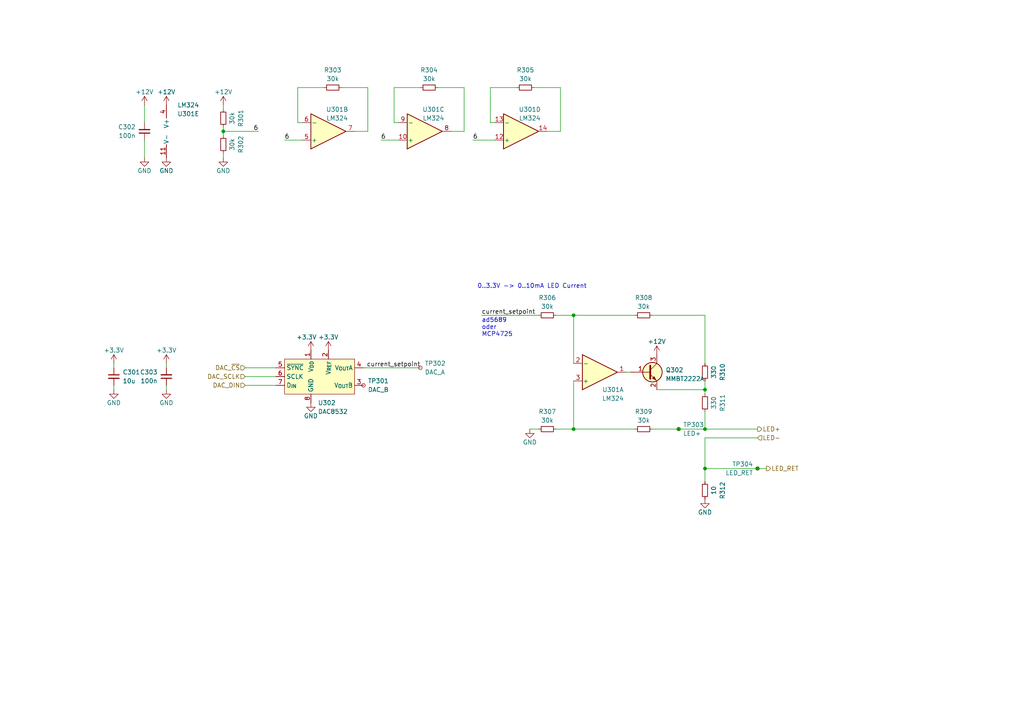
<source format=kicad_sch>
(kicad_sch (version 20230121) (generator eeschema)
  (paper "A4")
  (title_block (title "led-efficiency-measurement - OUTPUT") (date "2023-01-24") (rev "0.1") (comment 4 "Unless specified otherwise, all capacitors should be rated for 10V or higher"))
  (lib_symbols
    (symbol "Amplifier_Operational:LM324" (pin_names (offset 0.127))
      (property "Reference" "U" (at 0 5.08 0))
      (property "Value" "LM324" (at 0 -5.08 0))
      (symbol "LM324_1_1"
        (polyline (pts (xy -5.08 5.08) (xy 5.08 0) (xy -5.08 -5.08) (xy -5.08 5.08)) (stroke (width 0.254)) (fill (type background)))
        (pin output line (at 7.62 0 180) (length 2.54) (name "~") (number "1"))
        (pin input line (at -7.62 -2.54 0) (length 2.54) (name "-") (number "2"))
        (pin input line (at -7.62 2.54 0) (length 2.54) (name "+") (number "3"))
      )
      (symbol "LM324_2_1"
        (polyline (pts (xy -5.08 5.08) (xy 5.08 0) (xy -5.08 -5.08) (xy -5.08 5.08)) (stroke (width 0.254)) (fill (type background)))
        (pin input line (at -7.62 2.54 0) (length 2.54) (name "+") (number "5"))
        (pin input line (at -7.62 -2.54 0) (length 2.54) (name "-") (number "6"))
        (pin output line (at 7.62 0 180) (length 2.54) (name "~") (number "7"))
      )
      (symbol "LM324_3_1"
        (polyline (pts (xy -5.08 5.08) (xy 5.08 0) (xy -5.08 -5.08) (xy -5.08 5.08)) (stroke (width 0.254)) (fill (type background)))
        (pin input line (at -7.62 2.54 0) (length 2.54) (name "+") (number "10"))
        (pin output line (at 7.62 0 180) (length 2.54) (name "~") (number "8"))
        (pin input line (at -7.62 -2.54 0) (length 2.54) (name "-") (number "9"))
      )
      (symbol "LM324_4_1"
        (polyline (pts (xy -5.08 5.08) (xy 5.08 0) (xy -5.08 -5.08) (xy -5.08 5.08)) (stroke (width 0.254)) (fill (type background)))
        (pin input line (at -7.62 2.54 0) (length 2.54) (name "+") (number "12"))
        (pin input line (at -7.62 -2.54 0) (length 2.54) (name "-") (number "13"))
        (pin output line (at 7.62 0 180) (length 2.54) (name "~") (number "14"))
      )
      (symbol "LM324_5_1"
        (pin power_in line (at -2.54 -7.62 90) (length 3.81) (name "V-") (number "11"))
        (pin power_in line (at -2.54 7.62 270) (length 3.81) (name "V+") (number "4"))
      )
    )
    (symbol "Device:C_Small" (pin_numbers hide) (pin_names (offset 0.254) hide)
      (property "Reference" "C" (at 0.254 1.778 0))
      (property "Value" "C_Small" (at 0.254 -2.032 0))
      (symbol "C_Small_0_1"
        (polyline (pts (xy -1.524 -0.508) (xy 1.524 -0.508)) (stroke (width 0.3302)))
        (polyline (pts (xy -1.524 0.508) (xy 1.524 0.508)) (stroke (width 0.3048)))
      )
      (symbol "C_Small_1_1"
        (pin passive line (at 0 2.54 270) (length 2.032) (name "~") (number "1"))
        (pin passive line (at 0 -2.54 90) (length 2.032) (name "~") (number "2"))
      )
    )
    (symbol "Device:R_Small" (pin_numbers hide) (pin_names (offset 0.254) hide)
      (property "Reference" "R" (at 0.762 0.508 0))
      (property "Value" "R_Small" (at 0.762 -1.016 0))
      (symbol "R_Small_0_1"
        (rectangle (start -0.762 1.778) (end 0.762 -1.778) (stroke (width 0.2032)))
      )
      (symbol "R_Small_1_1"
        (pin passive line (at 0 2.54 270) (length 0.762) (name "~") (number "1"))
        (pin passive line (at 0 -2.54 90) (length 0.762) (name "~") (number "2"))
      )
    )
    (symbol "PCM_Transistor_BJT_AKL:MMBT2222A" (pin_names hide)
      (property "Reference" "Q" (at 5.08 1.27 0))
      (property "Value" "MMBT2222A" (at 5.08 -1.27 0))
      (symbol "MMBT2222A_0_1"
        (polyline (pts (xy 0.635 0.635) (xy 2.54 2.54)))
        (polyline (pts (xy 0.635 -0.635) (xy 2.54 -2.54) (xy 2.54 -2.54)))
        (polyline (pts (xy 0.635 1.905) (xy 0.635 -1.905) (xy 0.635 -1.905)) (stroke (width 0.508)))
        (polyline (pts (xy 1.27 -1.778) (xy 1.778 -1.27) (xy 2.286 -2.286) (xy 1.27 -1.778) (xy 1.27 -1.778)) (fill (type outline)))
        (circle (center 1.27 0) (radius 2.8194) (stroke (width 0.254)) (fill (type background)))
      )
      (symbol "MMBT2222A_1_1"
        (pin input line (at -5.08 0 0) (length 5.715) (name "B") (number "1"))
        (pin passive line (at 2.54 -5.08 90) (length 2.54) (name "E") (number "2"))
        (pin passive line (at 2.54 5.08 270) (length 2.54) (name "C") (number "3"))
      )
    )
    (symbol "Seppl_Analog_DAC:DAC8532"
      (property "Reference" "U" (at 6.35 6.35 0))
      (property "Value" "DAC8532" (at 5.08 -6.35 0))
      (symbol "DAC8532_0_0"
        (pin power_in line (at -2.54 7.62 270) (length 2.54) (name "V_{DD}") (number "1"))
        (pin input line (at 2.54 7.62 270) (length 2.54) (name "V_{REF}") (number "2"))
        (pin output line (at 12.7 -2.54 180) (length 2.54) (name "V_{OUT}B") (number "3"))
        (pin output line (at 12.7 2.54 180) (length 2.54) (name "V_{OUT}A") (number "4"))
        (pin input line (at -12.7 2.54 0) (length 2.54) (name "~{SYNC}") (number "5"))
        (pin input line (at -12.7 0 0) (length 2.54) (name "SCLK") (number "6"))
        (pin input line (at -12.7 -2.54 0) (length 2.54) (name "D_{IN}") (number "7"))
        (pin power_in line (at -2.54 -7.62 90) (length 2.54) (name "GND") (number "8"))
      )
      (symbol "DAC8532_0_1"
        (rectangle (start -10.16 5.08) (end 10.16 -5.08) (fill (type background)))
      )
    )
    (symbol "Seppl_Testpoint:TestPoint_Small" (pin_numbers hide) (pin_names (offset 0.762) hide) (in_bom no)
      (property "Reference" "TP" (at 0 3.81 0))
      (property "Value" "TestPoint_Small" (at 0 2.032 0))
      (symbol "TestPoint_Small_0_1"
        (circle (center 0 0) (radius 0.508))
      )
      (symbol "TestPoint_Small_1_1"
        (pin passive line (at 0 0 90) (length 0) (name "1") (number "1"))
      )
    )
    (symbol "power:+12V" (power) (pin_names (offset 0))
      (property "Value" "+12V" (at 0 3.556 0))
      (symbol "+12V_0_1"
        (polyline (pts (xy -0.762 1.27) (xy 0 2.54)))
        (polyline (pts (xy 0 0) (xy 0 2.54)))
        (polyline (pts (xy 0 2.54) (xy 0.762 1.27)))
      )
      (symbol "+12V_1_1"
        (pin power_in line (at 0 0 90) (length 0) hide (name "+12V") (number "1"))
      )
    )
    (symbol "power:+3.3V" (power) (pin_names (offset 0))
      (property "Value" "+3.3V" (at 0 3.556 0))
      (symbol "+3.3V_0_1"
        (polyline (pts (xy -0.762 1.27) (xy 0 2.54)))
        (polyline (pts (xy 0 0) (xy 0 2.54)))
        (polyline (pts (xy 0 2.54) (xy 0.762 1.27)))
      )
      (symbol "+3.3V_1_1"
        (pin power_in line (at 0 0 90) (length 0) hide (name "+3.3V") (number "1"))
      )
    )
    (symbol "power:GND" (power) (pin_names (offset 0))
      (property "Value" "GND" (at 0 -3.81 0))
      (symbol "GND_0_1"
        (polyline (pts (xy 0 0) (xy 0 -1.27) (xy 1.27 -1.27) (xy 0 -2.54) (xy -1.27 -1.27) (xy 0 -1.27)))
      )
      (symbol "GND_1_1"
        (pin power_in line (at 0 0 270) (length 0) hide (name "GND") (number "1"))
      )
    )
  )
  (junction (at 196.85 124.46))
  (junction (at 166.37 124.46))
  (junction (at 204.47 135.89))
  (junction (at 204.47 113.03))
  (junction (at 166.37 91.44))
  (junction (at 219.71 135.89))
  (junction (at 64.77 38.1))
  (junction (at 204.47 124.46))
  (wire (pts (xy 181.61 107.95) (xy 182.88 107.95)))
  (wire (pts (xy 162.56 25.4) (xy 162.56 38.1)))
  (wire (pts (xy 121.92 106.68) (xy 105.41 106.68)))
  (wire (pts (xy 158.75 38.1) (xy 162.56 38.1)))
  (wire (pts (xy 204.47 110.49) (xy 204.47 113.03)))
  (wire (pts (xy 114.3 25.4) (xy 114.3 35.56)))
  (wire (pts (xy 114.3 35.56) (xy 115.57 35.56)))
  (wire (pts (xy 134.62 25.4) (xy 134.62 38.1)))
  (wire (pts (xy 161.29 124.46) (xy 166.37 124.46)))
  (wire (pts (xy 71.12 109.22) (xy 80.01 109.22)))
  (wire (pts (xy 64.77 44.45) (xy 64.77 45.72)))
  (wire (pts (xy 130.81 38.1) (xy 134.62 38.1)))
  (wire (pts (xy 115.57 40.64) (xy 110.49 40.64)))
  (wire (pts (xy 143.51 40.64) (xy 137.16 40.64)))
  (wire (pts (xy 71.12 106.68) (xy 80.01 106.68)))
  (wire (pts (xy 166.37 110.49) (xy 166.37 124.46)))
  (wire (pts (xy 189.23 124.46) (xy 196.85 124.46)))
  (wire (pts (xy 153.67 124.46) (xy 156.21 124.46)))
  (wire (pts (xy 41.91 45.72) (xy 41.91 40.64)))
  (wire (pts (xy 99.06 25.4) (xy 106.68 25.4)))
  (wire (pts (xy 149.86 25.4) (xy 142.24 25.4)))
  (wire (pts (xy 166.37 124.46) (xy 184.15 124.46)))
  (wire (pts (xy 196.85 124.46) (xy 204.47 124.46)))
  (wire (pts (xy 33.02 105.41) (xy 33.02 106.68)))
  (wire (pts (xy 33.02 113.03) (xy 33.02 111.76)))
  (wire (pts (xy 86.36 35.56) (xy 87.63 35.56)))
  (wire (pts (xy 64.77 30.48) (xy 64.77 31.75)))
  (wire (pts (xy 204.47 127) (xy 219.71 127)))
  (wire (pts (xy 48.26 105.41) (xy 48.26 106.68)))
  (wire (pts (xy 204.47 127) (xy 204.47 135.89)))
  (wire (pts (xy 41.91 30.48) (xy 41.91 35.56)))
  (wire (pts (xy 204.47 91.44) (xy 189.23 91.44)))
  (wire (pts (xy 142.24 25.4) (xy 142.24 35.56)))
  (wire (pts (xy 204.47 124.46) (xy 219.71 124.46)))
  (wire (pts (xy 161.29 91.44) (xy 166.37 91.44)))
  (wire (pts (xy 86.36 25.4) (xy 86.36 35.56)))
  (wire (pts (xy 142.24 35.56) (xy 143.51 35.56)))
  (wire (pts (xy 64.77 36.83) (xy 64.77 38.1)))
  (wire (pts (xy 204.47 135.89) (xy 204.47 139.7)))
  (wire (pts (xy 154.94 25.4) (xy 162.56 25.4)))
  (wire (pts (xy 106.68 25.4) (xy 106.68 38.1)))
  (wire (pts (xy 87.63 40.64) (xy 82.55 40.64)))
  (wire (pts (xy 204.47 135.89) (xy 219.71 135.89)))
  (wire (pts (xy 166.37 91.44) (xy 184.15 91.44)))
  (wire (pts (xy 204.47 113.03) (xy 204.47 114.3)))
  (wire (pts (xy 64.77 38.1) (xy 74.93 38.1)))
  (wire (pts (xy 121.92 25.4) (xy 114.3 25.4)))
  (wire (pts (xy 48.26 113.03) (xy 48.26 111.76)))
  (wire (pts (xy 139.7 91.44) (xy 156.21 91.44)))
  (wire (pts (xy 219.71 135.89) (xy 222.25 135.89)))
  (wire (pts (xy 204.47 105.41) (xy 204.47 91.44)))
  (wire (pts (xy 64.77 38.1) (xy 64.77 39.37)))
  (wire (pts (xy 190.5 113.03) (xy 204.47 113.03)))
  (wire (pts (xy 166.37 105.41) (xy 166.37 91.44)))
  (wire (pts (xy 93.98 25.4) (xy 86.36 25.4)))
  (wire (pts (xy 204.47 119.38) (xy 204.47 124.46)))
  (wire (pts (xy 127 25.4) (xy 134.62 25.4)))
  (wire (pts (xy 71.12 111.76) (xy 80.01 111.76)))
  (wire (pts (xy 102.87 38.1) (xy 106.68 38.1)))
  (text "ad5689\noder\nMCP4725" (at 139.7 97.79 0) (effects (font (size 1.27 1.27)) (justify left bottom)))
  (text "0..3.3V -> 0..10mA LED Current" (at 138.43 83.82 0) (effects (font (size 1.27 1.27)) (justify left bottom)))
  (label "6" (at 110.49 40.64 0))
  (label "current_setpoint" (at 121.92 106.68 180))
  (label "6" (at 82.55 40.64 0))
  (label "6" (at 137.16 40.64 0))
  (label "6" (at 74.93 38.1 180))
  (label "current_setpoint" (at 139.7 91.44 0))
  (hierarchical_label "LED+" (shape output) (at 219.71 124.46 0))
  (hierarchical_label "DAC_SCLK" (shape input) (at 71.12 109.22 180))
  (hierarchical_label "LED-" (shape input) (at 219.71 127 0))
  (hierarchical_label "DAC_DIN" (shape input) (at 71.12 111.76 180))
  (hierarchical_label "LED_RET" (shape output) (at 222.25 135.89 0))
  (hierarchical_label "DAC_~{CS}" (shape input) (at 71.12 106.68 180))
  (symbol (lib_id "Device:R_Small") (at 158.75 91.44 90) (unit 1)
    (property "Reference" "R306" (at 158.75 86.36 90))
    (property "Value" "30k" (at 158.75 88.9 90))
    (property "Footprint" "Resistor_SMD:R_0805_2012Metric_Pad1.20x1.40mm_HandSolder" (effects hide))
  )
  (symbol (lib_id "Device:R_Small") (at 64.77 41.91 0) (mirror x) (unit 1)
    (property "Reference" "R302" (at 69.85 41.91 90))
    (property "Value" "30k" (at 67.31 41.91 90))
    (property "Footprint" "Resistor_SMD:R_0805_2012Metric_Pad1.20x1.40mm_HandSolder" (effects hide))
  )
  (symbol (lib_id "Seppl_Testpoint:TestPoint_Small") (at 105.41 111.76 0) (unit 1) (in_bom no)
    (property "Reference" "TP301" (at 106.68 110.4899 0) (effects (justify left)))
    (property "Value" "DAC_B" (at 106.68 113.0299 0) (effects (justify left)))
    (property "Footprint" "TestPoint:TestPoint_Pad_D1.5mm" (effects hide))
  )
  (symbol (lib_id "power:+12V") (at 64.77 30.48 0) (unit 1)
    (property "Reference" "#PWR0309" (effects hide))
    (property "Value" "+12V" (at 64.77 26.67 0))
  )
  (symbol (lib_id "power:+12V") (at 48.26 30.48 0) (unit 1)
    (property "Reference" "#PWR0305" (effects hide))
    (property "Value" "+12V" (at 48.26 26.67 0))
  )
  (symbol (lib_id "Device:R_Small") (at 186.69 91.44 90) (unit 1)
    (property "Reference" "R308" (at 186.69 86.36 90))
    (property "Value" "30k" (at 186.69 88.9 90))
    (property "Footprint" "Resistor_SMD:R_0805_2012Metric_Pad1.20x1.40mm_HandSolder" (effects hide))
  )
  (symbol (lib_id "Amplifier_Operational:LM324") (at 95.25 38.1 0) (mirror x) (unit 2)
    (property "Reference" "U301" (at 97.79 31.75 0))
    (property "Value" "LM324" (at 97.79 34.29 0))
    (property "Footprint" "Package_SO:SOIC-14_3.9x8.7mm_P1.27mm" (effects hide))
    (property "Datasheet" "http://www.ti.com/lit/ds/symlink/lm2902-n.pdf" (effects hide))
  )
  (symbol (lib_id "power:+3.3V") (at 90.17 101.6 0) (unit 1)
    (property "Reference" "#PWR0311" (effects hide))
    (property "Value" "+3.3V" (at 88.9 97.79 0))
  )
  (symbol (lib_id "Amplifier_Operational:LM324") (at 151.13 38.1 0) (mirror x) (unit 4)
    (property "Reference" "U301" (at 153.67 31.75 0))
    (property "Value" "LM324" (at 153.67 34.29 0))
    (property "Footprint" "Package_SO:SOIC-14_3.9x8.7mm_P1.27mm" (effects hide))
    (property "Datasheet" "http://www.ti.com/lit/ds/symlink/lm2902-n.pdf" (effects hide))
  )
  (symbol (lib_id "Device:R_Small") (at 152.4 25.4 90) (unit 1)
    (property "Reference" "R305" (at 152.4 20.32 90))
    (property "Value" "30k" (at 152.4 22.86 90))
    (property "Footprint" "Resistor_SMD:R_0805_2012Metric_Pad1.20x1.40mm_HandSolder" (effects hide))
  )
  (symbol (lib_id "Device:R_Small") (at 96.52 25.4 90) (unit 1)
    (property "Reference" "R303" (at 96.52 20.32 90))
    (property "Value" "30k" (at 96.52 22.86 90))
    (property "Footprint" "Resistor_SMD:R_0805_2012Metric_Pad1.20x1.40mm_HandSolder" (effects hide))
  )
  (symbol (lib_id "Device:R_Small") (at 158.75 124.46 90) (unit 1)
    (property "Reference" "R307" (at 158.75 119.38 90))
    (property "Value" "30k" (at 158.75 121.92 90))
    (property "Footprint" "Resistor_SMD:R_0805_2012Metric_Pad1.20x1.40mm_HandSolder" (effects hide))
  )
  (symbol (lib_id "power:GND") (at 41.91 45.72 0) (unit 1)
    (property "Reference" "#PWR0304" (effects hide))
    (property "Value" "GND" (at 41.91 49.53 0))
  )
  (symbol (lib_id "Device:C_Small") (at 48.26 109.22 0) (mirror x) (unit 1)
    (property "Reference" "C303" (at 45.72 107.9435 0) (effects (justify right)))
    (property "Value" "100n" (at 45.72 110.4835 0) (effects (justify right)))
    (property "Footprint" "Capacitor_SMD:C_0805_2012Metric_Pad1.18x1.45mm_HandSolder" (effects hide))
  )
  (symbol (lib_id "power:+12V") (at 41.91 30.48 0) (unit 1)
    (property "Reference" "#PWR0303" (effects hide))
    (property "Value" "+12V" (at 41.91 26.67 0))
  )
  (symbol (lib_id "Seppl_Testpoint:TestPoint_Small") (at 196.85 124.46 270) (mirror x) (unit 1) (in_bom no)
    (property "Reference" "TP303" (at 198.12 123.1899 90) (effects (justify left)))
    (property "Value" "LED+" (at 198.12 125.7299 90) (effects (justify left)))
    (property "Footprint" "TestPoint:TestPoint_Pad_D1.5mm" (effects hide))
  )
  (symbol (lib_id "power:GND") (at 48.26 113.03 0) (unit 1)
    (property "Reference" "#PWR0308" (effects hide))
    (property "Value" "GND" (at 48.26 116.84 0))
  )
  (symbol (lib_id "Device:R_Small") (at 186.69 124.46 90) (unit 1)
    (property "Reference" "R309" (at 186.69 119.38 90))
    (property "Value" "30k" (at 186.69 121.92 90))
    (property "Footprint" "Resistor_SMD:R_0805_2012Metric_Pad1.20x1.40mm_HandSolder" (effects hide))
  )
  (symbol (lib_id "Device:R_Small") (at 204.47 142.24 0) (mirror x) (unit 1)
    (property "Reference" "R312" (at 209.55 142.24 90))
    (property "Value" "10" (at 207.01 142.24 90))
    (property "Footprint" "Resistor_SMD:R_0805_2012Metric_Pad1.20x1.40mm_HandSolder" (effects hide))
  )
  (symbol (lib_id "Seppl_Testpoint:TestPoint_Small") (at 219.71 135.89 0) (mirror x) (unit 1) (in_bom no)
    (property "Reference" "TP304" (at 218.44 134.6199 0) (effects (justify right)))
    (property "Value" "LED_RET" (at 218.44 137.1599 0) (effects (justify right)))
    (property "Footprint" "TestPoint:TestPoint_Pad_D1.5mm" (effects hide))
  )
  (symbol (lib_id "power:GND") (at 48.26 45.72 0) (unit 1)
    (property "Reference" "#PWR0306" (effects hide))
    (property "Value" "GND" (at 48.26 49.53 0))
  )
  (symbol (lib_id "Amplifier_Operational:LM324") (at 50.8 38.1 0) (unit 5)
    (property "Reference" "U301" (at 54.61 33.02 0))
    (property "Value" "LM324" (at 54.61 30.48 0))
    (property "Footprint" "Package_SO:SOIC-14_3.9x8.7mm_P1.27mm" (effects hide))
    (property "Datasheet" "http://www.ti.com/lit/ds/symlink/lm2902-n.pdf" (effects hide))
  )
  (symbol (lib_id "power:GND") (at 90.17 116.84 0) (unit 1)
    (property "Reference" "#PWR0312" (effects hide))
    (property "Value" "GND" (at 90.17 120.65 0))
  )
  (symbol (lib_id "Device:C_Small") (at 33.02 109.22 0) (unit 1)
    (property "Reference" "C301" (at 35.56 107.9562 0) (effects (justify left)))
    (property "Value" "10u" (at 35.56 110.4962 0) (effects (justify left)))
    (property "Footprint" "Capacitor_SMD:C_0805_2012Metric_Pad1.18x1.45mm_HandSolder" (effects hide))
  )
  (symbol (lib_id "Device:R_Small") (at 124.46 25.4 90) (unit 1)
    (property "Reference" "R304" (at 124.46 20.32 90))
    (property "Value" "30k" (at 124.46 22.86 90))
    (property "Footprint" "Resistor_SMD:R_0805_2012Metric_Pad1.20x1.40mm_HandSolder" (effects hide))
  )
  (symbol (lib_id "power:+3.3V") (at 95.25 101.6 0) (unit 1)
    (property "Reference" "#PWR0313" (effects hide))
    (property "Value" "+3.3V" (at 95.25 97.79 0))
  )
  (symbol (lib_id "power:GND") (at 204.47 144.78 0) (unit 1)
    (property "Reference" "#PWR0316" (effects hide))
    (property "Value" "GND" (at 204.47 148.59 0))
  )
  (symbol (lib_id "PCM_Transistor_BJT_AKL:MMBT2222A") (at 187.96 107.95 0) (unit 1)
    (property "Reference" "Q302" (at 193.04 107.315 0) (effects (justify left)))
    (property "Value" "MMBT2222A" (at 193.04 109.855 0) (effects (justify left)))
    (property "Footprint" "PCM_Package_TO_SOT_SMD_AKL:SOT-23" (effects hide))
    (property "Datasheet" "https://www.tme.eu/Document/fd53f7282772c4b53c43aa6dcf874bac/mmbt2222.pdf" (effects hide))
  )
  (symbol (lib_id "power:GND") (at 153.67 124.46 0) (unit 1)
    (property "Reference" "#PWR0314" (effects hide))
    (property "Value" "GND" (at 153.67 128.27 0))
  )
  (symbol (lib_id "power:+3.3V") (at 48.26 105.41 0) (unit 1)
    (property "Reference" "#PWR0307" (effects hide))
    (property "Value" "+3.3V" (at 48.26 101.6 0))
  )
  (symbol (lib_id "Device:R_Small") (at 204.47 116.84 0) (mirror x) (unit 1)
    (property "Reference" "R311" (at 209.55 116.84 90))
    (property "Value" "330" (at 207.01 116.84 90))
    (property "Footprint" "Resistor_SMD:R_0805_2012Metric_Pad1.20x1.40mm_HandSolder" (effects hide))
  )
  (symbol (lib_id "Amplifier_Operational:LM324") (at 123.19 38.1 0) (mirror x) (unit 3)
    (property "Reference" "U301" (at 125.73 31.75 0))
    (property "Value" "LM324" (at 125.73 34.29 0))
    (property "Footprint" "Package_SO:SOIC-14_3.9x8.7mm_P1.27mm" (effects hide))
    (property "Datasheet" "http://www.ti.com/lit/ds/symlink/lm2902-n.pdf" (effects hide))
  )
  (symbol (lib_id "Device:C_Small") (at 41.91 38.1 0) (mirror x) (unit 1)
    (property "Reference" "C302" (at 39.37 36.8235 0) (effects (justify right)))
    (property "Value" "100n" (at 39.37 39.3635 0) (effects (justify right)))
    (property "Footprint" "Capacitor_SMD:C_0805_2012Metric_Pad1.18x1.45mm_HandSolder" (effects hide))
  )
  (symbol (lib_id "power:+3.3V") (at 33.02 105.41 0) (unit 1)
    (property "Reference" "#PWR0301" (effects hide))
    (property "Value" "+3.3V" (at 33.02 101.6 0))
  )
  (symbol (lib_id "power:GND") (at 64.77 45.72 0) (unit 1)
    (property "Reference" "#PWR0310" (effects hide))
    (property "Value" "GND" (at 64.77 49.53 0))
  )
  (symbol (lib_id "Amplifier_Operational:LM324") (at 173.99 107.95 0) (mirror x) (unit 1)
    (property "Reference" "U301" (at 177.8 113.03 0))
    (property "Value" "LM324" (at 177.8 115.57 0))
    (property "Footprint" "Package_SO:SOIC-14_3.9x8.7mm_P1.27mm" (effects hide))
    (property "Datasheet" "http://www.ti.com/lit/ds/symlink/lm2902-n.pdf" (effects hide))
  )
  (symbol (lib_id "Device:R_Small") (at 64.77 34.29 0) (mirror x) (unit 1)
    (property "Reference" "R301" (at 69.85 34.29 90))
    (property "Value" "30k" (at 67.31 34.29 90))
    (property "Footprint" "Resistor_SMD:R_0805_2012Metric_Pad1.20x1.40mm_HandSolder" (effects hide))
  )
  (symbol (lib_id "power:GND") (at 33.02 113.03 0) (unit 1)
    (property "Reference" "#PWR0302" (effects hide))
    (property "Value" "GND" (at 33.02 116.84 0))
  )
  (symbol (lib_id "Seppl_Testpoint:TestPoint_Small") (at 121.92 106.68 0) (unit 1) (in_bom no)
    (property "Reference" "TP302" (at 123.19 105.4099 0) (effects (justify left)))
    (property "Value" "DAC_A" (at 123.19 107.9499 0) (effects (justify left)))
    (property "Footprint" "TestPoint:TestPoint_Pad_D1.5mm" (effects hide))
  )
  (symbol (lib_id "power:+12V") (at 190.5 102.87 0) (unit 1)
    (property "Reference" "#PWR0315" (effects hide))
    (property "Value" "+12V" (at 190.5 99.06 0))
  )
  (symbol (lib_id "Device:R_Small") (at 204.47 107.95 0) (mirror x) (unit 1)
    (property "Reference" "R310" (at 209.55 107.95 90))
    (property "Value" "330" (at 207.01 107.95 90))
    (property "Footprint" "Resistor_SMD:R_0805_2012Metric_Pad1.20x1.40mm_HandSolder" (effects hide))
  )
  (symbol (lib_id "Seppl_Analog_DAC:DAC8532") (at 92.71 109.22 0) (unit 1)
    (property "Reference" "U302" (at 92.1894 116.84 0) (effects (justify left)))
    (property "Value" "DAC8532" (at 92.1894 119.38 0) (effects (justify left)))
    (property "Footprint" "Package_SO:MSOP-8_3x3mm_P0.65mm" (effects hide))
  )
)
</source>
